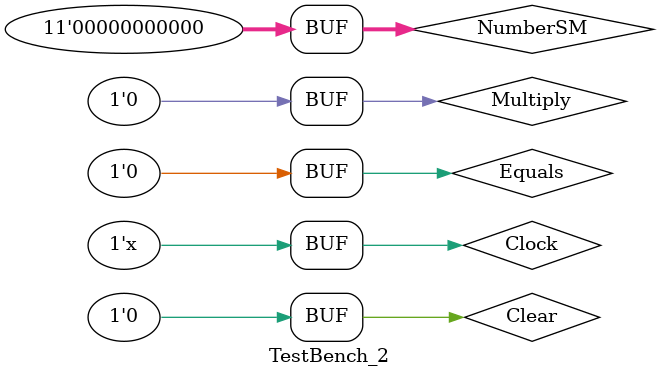
<source format=v>
`timescale 1ns/100ps
module TestBench_2();
	parameter WIDTH = 11;							// Data bit width

// Inputs and Outputs
	reg Clock;
	reg Clear;											// C button
	reg Equals;											// = button: displays result so far; does not repeat previous operation
	reg Add;												// + button
	reg Subtract;										// - button
	reg Multiply;										// x button (multiply)
	reg Divide;											// Divide button
	reg [WIDTH-1:0] NumberSM; 					// Must be entered in sign-magnitude on SW[W-1:0]
	wire signed [WIDTH-1:0] Result;
	wire Overflow;
	wire CantDisplay;
	wire [4:0] State;

	//took out state.
	wire signed [WIDTH-1:0] NumberTC;
	SM2TC #(.width(WIDTH)) SM2TC1(NumberSM, NumberTC);
	FourFuncCalc #(.W(WIDTH)) FFC(Clock, Clear, Equals, Add, Subtract, Multiply, Divide, NumberSM, Result, Overflow);
	//(Clock, Clear, Equals, Add, Subtract, Multiply, Divide, Number, Result, Overflow);
	
// Define 10 ns Clock
	always #5 Clock = ~Clock;

	initial
	begin
		Clock = 0; Clear = 1;
		#20; Clear = 0;

	
//  1 + 2 + 3= 6
		#10; Equals = 1; NumberSM = 3; 
		#10; Equals = 0;

		#20; Multiply = 1;
		#20; Multiply = 0;
		#20; Equals = 1; NumberSM = 0; 
		#20; Equals = 0;
		/*Clear = 1;
		#20; Clear = 0;
		#10; Equals = 1; NumberSM = 1; 
		#10; Equals = 0;

		#20; Add = 1;
		#20; Add = 0;
		#20; Equals = 1; NumberSM = 2; 
		#20; Equals = 0;
		
		#20; Add = 1;
		#20; Add = 0;
		#20; Equals = 1; NumberSM = 2; 
		#20; Equals = 0;*/

		end

endmodule

</source>
